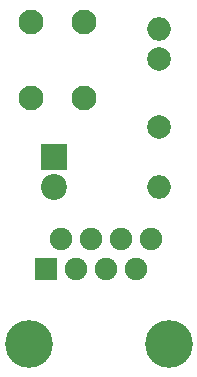
<source format=gbr>
G04 #@! TF.GenerationSoftware,KiCad,Pcbnew,5.0.0*
G04 #@! TF.CreationDate,2018-10-03T23:40:34+00:00*
G04 #@! TF.ProjectId,jeopardy-hw,6A656F70617264792D68772E6B696361,rev?*
G04 #@! TF.SameCoordinates,Original*
G04 #@! TF.FileFunction,Soldermask,Top*
G04 #@! TF.FilePolarity,Negative*
%FSLAX46Y46*%
G04 Gerber Fmt 4.6, Leading zero omitted, Abs format (unit mm)*
G04 Created by KiCad (PCBNEW 5.0.0) date Wed Oct  3 23:40:34 2018*
%MOMM*%
%LPD*%
G01*
G04 APERTURE LIST*
%ADD10O,2.000000X2.000000*%
%ADD11C,2.000000*%
%ADD12C,1.900000*%
%ADD13R,1.900000X1.900000*%
%ADD14C,4.050000*%
%ADD15C,2.200000*%
%ADD16R,2.200000X2.200000*%
%ADD17C,2.100000*%
G04 APERTURE END LIST*
D10*
G04 #@! TO.C,R_BTN_LED_P1*
X116840000Y-100330000D03*
D11*
X116840000Y-102870000D03*
G04 #@! TD*
D12*
G04 #@! TO.C,J_P1*
X116205000Y-118110000D03*
X114935000Y-120650000D03*
X113665000Y-118110000D03*
X112395000Y-120650000D03*
X111125000Y-118110000D03*
X109855000Y-120650000D03*
X108585000Y-118110000D03*
D13*
X107315000Y-120650000D03*
D14*
X105825000Y-127000000D03*
X117695000Y-127000000D03*
G04 #@! TD*
D11*
G04 #@! TO.C,R_BTN_P1*
X116840000Y-108585000D03*
D10*
X116840000Y-113665000D03*
G04 #@! TD*
D15*
G04 #@! TO.C,LED_P1*
X107950000Y-113665000D03*
D16*
X107950000Y-111125000D03*
G04 #@! TD*
D17*
G04 #@! TO.C,SW_P1*
X105990000Y-106195000D03*
X105990000Y-99695000D03*
X110490000Y-106195000D03*
X110490000Y-99695000D03*
G04 #@! TD*
M02*

</source>
